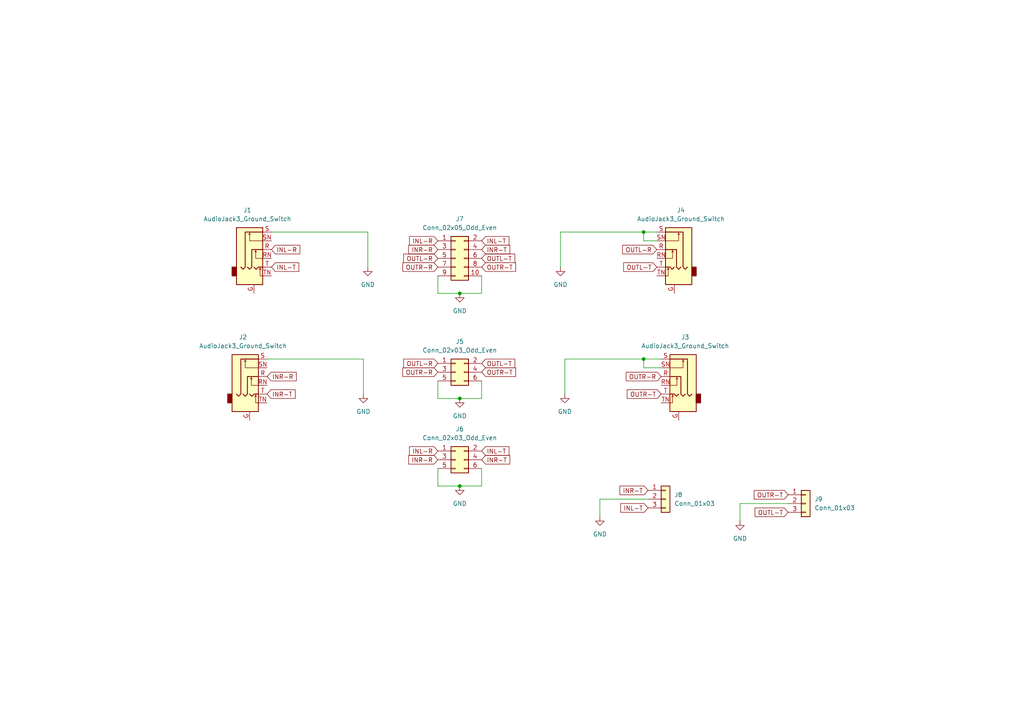
<source format=kicad_sch>
(kicad_sch
	(version 20231120)
	(generator "eeschema")
	(generator_version "8.0")
	(uuid "f3d27605-cfb4-46db-8ed6-88210951ad5c")
	(paper "A4")
	(lib_symbols
		(symbol "Connector_Audio:AudioJack3_Ground_Switch"
			(exclude_from_sim no)
			(in_bom yes)
			(on_board yes)
			(property "Reference" "J"
				(at 0 11.43 0)
				(effects
					(font
						(size 1.27 1.27)
					)
				)
			)
			(property "Value" "AudioJack3_Ground_Switch"
				(at 0 8.89 0)
				(effects
					(font
						(size 1.27 1.27)
					)
				)
			)
			(property "Footprint" ""
				(at 0 0 0)
				(effects
					(font
						(size 1.27 1.27)
					)
					(hide yes)
				)
			)
			(property "Datasheet" "~"
				(at 0 0 0)
				(effects
					(font
						(size 1.27 1.27)
					)
					(hide yes)
				)
			)
			(property "Description" "Audio Jack, 3 Poles (Stereo / TRS), Grounded Sleeve, Switched Poles (Normalling)"
				(at 0 0 0)
				(effects
					(font
						(size 1.27 1.27)
					)
					(hide yes)
				)
			)
			(property "ki_keywords" "audio jack receptacle stereo headphones phones TRS connector"
				(at 0 0 0)
				(effects
					(font
						(size 1.27 1.27)
					)
					(hide yes)
				)
			)
			(property "ki_fp_filters" "Jack*"
				(at 0 0 0)
				(effects
					(font
						(size 1.27 1.27)
					)
					(hide yes)
				)
			)
			(symbol "AudioJack3_Ground_Switch_0_1"
				(rectangle
					(start -5.08 -5.08)
					(end -6.35 -7.62)
					(stroke
						(width 0.254)
						(type default)
					)
					(fill
						(type outline)
					)
				)
				(rectangle
					(start 2.54 6.35)
					(end -5.08 -10.16)
					(stroke
						(width 0.254)
						(type default)
					)
					(fill
						(type background)
					)
				)
			)
			(symbol "AudioJack3_Ground_Switch_1_1"
				(polyline
					(pts
						(xy -1.27 4.826) (xy -1.016 4.318)
					)
					(stroke
						(width 0)
						(type default)
					)
					(fill
						(type none)
					)
				)
				(polyline
					(pts
						(xy 0.508 -0.254) (xy 0.762 -0.762)
					)
					(stroke
						(width 0)
						(type default)
					)
					(fill
						(type none)
					)
				)
				(polyline
					(pts
						(xy 1.778 -5.334) (xy 2.032 -5.842)
					)
					(stroke
						(width 0)
						(type default)
					)
					(fill
						(type none)
					)
				)
				(polyline
					(pts
						(xy 0 -5.08) (xy 0.635 -5.715) (xy 1.27 -5.08) (xy 2.54 -5.08)
					)
					(stroke
						(width 0.254)
						(type default)
					)
					(fill
						(type none)
					)
				)
				(polyline
					(pts
						(xy 2.54 -7.62) (xy 1.778 -7.62) (xy 1.778 -5.334) (xy 1.524 -5.842)
					)
					(stroke
						(width 0)
						(type default)
					)
					(fill
						(type none)
					)
				)
				(polyline
					(pts
						(xy 2.54 -2.54) (xy 0.508 -2.54) (xy 0.508 -0.254) (xy 0.254 -0.762)
					)
					(stroke
						(width 0)
						(type default)
					)
					(fill
						(type none)
					)
				)
				(polyline
					(pts
						(xy 2.54 2.54) (xy -1.27 2.54) (xy -1.27 4.826) (xy -1.524 4.318)
					)
					(stroke
						(width 0)
						(type default)
					)
					(fill
						(type none)
					)
				)
				(polyline
					(pts
						(xy -1.905 -5.08) (xy -1.27 -5.715) (xy -0.635 -5.08) (xy -0.635 0) (xy 2.54 0)
					)
					(stroke
						(width 0.254)
						(type default)
					)
					(fill
						(type none)
					)
				)
				(polyline
					(pts
						(xy 2.54 5.08) (xy -2.54 5.08) (xy -2.54 -5.08) (xy -3.175 -5.715) (xy -3.81 -5.08)
					)
					(stroke
						(width 0.254)
						(type default)
					)
					(fill
						(type none)
					)
				)
				(pin passive line
					(at 0 -12.7 90)
					(length 2.54)
					(name "~"
						(effects
							(font
								(size 1.27 1.27)
							)
						)
					)
					(number "G"
						(effects
							(font
								(size 1.27 1.27)
							)
						)
					)
				)
				(pin passive line
					(at 5.08 0 180)
					(length 2.54)
					(name "~"
						(effects
							(font
								(size 1.27 1.27)
							)
						)
					)
					(number "R"
						(effects
							(font
								(size 1.27 1.27)
							)
						)
					)
				)
				(pin passive line
					(at 5.08 -2.54 180)
					(length 2.54)
					(name "~"
						(effects
							(font
								(size 1.27 1.27)
							)
						)
					)
					(number "RN"
						(effects
							(font
								(size 1.27 1.27)
							)
						)
					)
				)
				(pin passive line
					(at 5.08 5.08 180)
					(length 2.54)
					(name "~"
						(effects
							(font
								(size 1.27 1.27)
							)
						)
					)
					(number "S"
						(effects
							(font
								(size 1.27 1.27)
							)
						)
					)
				)
				(pin passive line
					(at 5.08 2.54 180)
					(length 2.54)
					(name "~"
						(effects
							(font
								(size 1.27 1.27)
							)
						)
					)
					(number "SN"
						(effects
							(font
								(size 1.27 1.27)
							)
						)
					)
				)
				(pin passive line
					(at 5.08 -5.08 180)
					(length 2.54)
					(name "~"
						(effects
							(font
								(size 1.27 1.27)
							)
						)
					)
					(number "T"
						(effects
							(font
								(size 1.27 1.27)
							)
						)
					)
				)
				(pin passive line
					(at 5.08 -7.62 180)
					(length 2.54)
					(name "~"
						(effects
							(font
								(size 1.27 1.27)
							)
						)
					)
					(number "TN"
						(effects
							(font
								(size 1.27 1.27)
							)
						)
					)
				)
			)
		)
		(symbol "Connector_Generic:Conn_01x03"
			(pin_names
				(offset 1.016) hide)
			(exclude_from_sim no)
			(in_bom yes)
			(on_board yes)
			(property "Reference" "J"
				(at 0 5.08 0)
				(effects
					(font
						(size 1.27 1.27)
					)
				)
			)
			(property "Value" "Conn_01x03"
				(at 0 -5.08 0)
				(effects
					(font
						(size 1.27 1.27)
					)
				)
			)
			(property "Footprint" ""
				(at 0 0 0)
				(effects
					(font
						(size 1.27 1.27)
					)
					(hide yes)
				)
			)
			(property "Datasheet" "~"
				(at 0 0 0)
				(effects
					(font
						(size 1.27 1.27)
					)
					(hide yes)
				)
			)
			(property "Description" "Generic connector, single row, 01x03, script generated (kicad-library-utils/schlib/autogen/connector/)"
				(at 0 0 0)
				(effects
					(font
						(size 1.27 1.27)
					)
					(hide yes)
				)
			)
			(property "ki_keywords" "connector"
				(at 0 0 0)
				(effects
					(font
						(size 1.27 1.27)
					)
					(hide yes)
				)
			)
			(property "ki_fp_filters" "Connector*:*_1x??_*"
				(at 0 0 0)
				(effects
					(font
						(size 1.27 1.27)
					)
					(hide yes)
				)
			)
			(symbol "Conn_01x03_1_1"
				(rectangle
					(start -1.27 -2.413)
					(end 0 -2.667)
					(stroke
						(width 0.1524)
						(type default)
					)
					(fill
						(type none)
					)
				)
				(rectangle
					(start -1.27 0.127)
					(end 0 -0.127)
					(stroke
						(width 0.1524)
						(type default)
					)
					(fill
						(type none)
					)
				)
				(rectangle
					(start -1.27 2.667)
					(end 0 2.413)
					(stroke
						(width 0.1524)
						(type default)
					)
					(fill
						(type none)
					)
				)
				(rectangle
					(start -1.27 3.81)
					(end 1.27 -3.81)
					(stroke
						(width 0.254)
						(type default)
					)
					(fill
						(type background)
					)
				)
				(pin passive line
					(at -5.08 2.54 0)
					(length 3.81)
					(name "Pin_1"
						(effects
							(font
								(size 1.27 1.27)
							)
						)
					)
					(number "1"
						(effects
							(font
								(size 1.27 1.27)
							)
						)
					)
				)
				(pin passive line
					(at -5.08 0 0)
					(length 3.81)
					(name "Pin_2"
						(effects
							(font
								(size 1.27 1.27)
							)
						)
					)
					(number "2"
						(effects
							(font
								(size 1.27 1.27)
							)
						)
					)
				)
				(pin passive line
					(at -5.08 -2.54 0)
					(length 3.81)
					(name "Pin_3"
						(effects
							(font
								(size 1.27 1.27)
							)
						)
					)
					(number "3"
						(effects
							(font
								(size 1.27 1.27)
							)
						)
					)
				)
			)
		)
		(symbol "Connector_Generic:Conn_02x03_Odd_Even"
			(pin_names
				(offset 1.016) hide)
			(exclude_from_sim no)
			(in_bom yes)
			(on_board yes)
			(property "Reference" "J"
				(at 1.27 5.08 0)
				(effects
					(font
						(size 1.27 1.27)
					)
				)
			)
			(property "Value" "Conn_02x03_Odd_Even"
				(at 1.27 -5.08 0)
				(effects
					(font
						(size 1.27 1.27)
					)
				)
			)
			(property "Footprint" ""
				(at 0 0 0)
				(effects
					(font
						(size 1.27 1.27)
					)
					(hide yes)
				)
			)
			(property "Datasheet" "~"
				(at 0 0 0)
				(effects
					(font
						(size 1.27 1.27)
					)
					(hide yes)
				)
			)
			(property "Description" "Generic connector, double row, 02x03, odd/even pin numbering scheme (row 1 odd numbers, row 2 even numbers), script generated (kicad-library-utils/schlib/autogen/connector/)"
				(at 0 0 0)
				(effects
					(font
						(size 1.27 1.27)
					)
					(hide yes)
				)
			)
			(property "ki_keywords" "connector"
				(at 0 0 0)
				(effects
					(font
						(size 1.27 1.27)
					)
					(hide yes)
				)
			)
			(property "ki_fp_filters" "Connector*:*_2x??_*"
				(at 0 0 0)
				(effects
					(font
						(size 1.27 1.27)
					)
					(hide yes)
				)
			)
			(symbol "Conn_02x03_Odd_Even_1_1"
				(rectangle
					(start -1.27 -2.413)
					(end 0 -2.667)
					(stroke
						(width 0.1524)
						(type default)
					)
					(fill
						(type none)
					)
				)
				(rectangle
					(start -1.27 0.127)
					(end 0 -0.127)
					(stroke
						(width 0.1524)
						(type default)
					)
					(fill
						(type none)
					)
				)
				(rectangle
					(start -1.27 2.667)
					(end 0 2.413)
					(stroke
						(width 0.1524)
						(type default)
					)
					(fill
						(type none)
					)
				)
				(rectangle
					(start -1.27 3.81)
					(end 3.81 -3.81)
					(stroke
						(width 0.254)
						(type default)
					)
					(fill
						(type background)
					)
				)
				(rectangle
					(start 3.81 -2.413)
					(end 2.54 -2.667)
					(stroke
						(width 0.1524)
						(type default)
					)
					(fill
						(type none)
					)
				)
				(rectangle
					(start 3.81 0.127)
					(end 2.54 -0.127)
					(stroke
						(width 0.1524)
						(type default)
					)
					(fill
						(type none)
					)
				)
				(rectangle
					(start 3.81 2.667)
					(end 2.54 2.413)
					(stroke
						(width 0.1524)
						(type default)
					)
					(fill
						(type none)
					)
				)
				(pin passive line
					(at -5.08 2.54 0)
					(length 3.81)
					(name "Pin_1"
						(effects
							(font
								(size 1.27 1.27)
							)
						)
					)
					(number "1"
						(effects
							(font
								(size 1.27 1.27)
							)
						)
					)
				)
				(pin passive line
					(at 7.62 2.54 180)
					(length 3.81)
					(name "Pin_2"
						(effects
							(font
								(size 1.27 1.27)
							)
						)
					)
					(number "2"
						(effects
							(font
								(size 1.27 1.27)
							)
						)
					)
				)
				(pin passive line
					(at -5.08 0 0)
					(length 3.81)
					(name "Pin_3"
						(effects
							(font
								(size 1.27 1.27)
							)
						)
					)
					(number "3"
						(effects
							(font
								(size 1.27 1.27)
							)
						)
					)
				)
				(pin passive line
					(at 7.62 0 180)
					(length 3.81)
					(name "Pin_4"
						(effects
							(font
								(size 1.27 1.27)
							)
						)
					)
					(number "4"
						(effects
							(font
								(size 1.27 1.27)
							)
						)
					)
				)
				(pin passive line
					(at -5.08 -2.54 0)
					(length 3.81)
					(name "Pin_5"
						(effects
							(font
								(size 1.27 1.27)
							)
						)
					)
					(number "5"
						(effects
							(font
								(size 1.27 1.27)
							)
						)
					)
				)
				(pin passive line
					(at 7.62 -2.54 180)
					(length 3.81)
					(name "Pin_6"
						(effects
							(font
								(size 1.27 1.27)
							)
						)
					)
					(number "6"
						(effects
							(font
								(size 1.27 1.27)
							)
						)
					)
				)
			)
		)
		(symbol "Connector_Generic:Conn_02x05_Odd_Even"
			(pin_names
				(offset 1.016) hide)
			(exclude_from_sim no)
			(in_bom yes)
			(on_board yes)
			(property "Reference" "J"
				(at 1.27 7.62 0)
				(effects
					(font
						(size 1.27 1.27)
					)
				)
			)
			(property "Value" "Conn_02x05_Odd_Even"
				(at 1.27 -7.62 0)
				(effects
					(font
						(size 1.27 1.27)
					)
				)
			)
			(property "Footprint" ""
				(at 0 0 0)
				(effects
					(font
						(size 1.27 1.27)
					)
					(hide yes)
				)
			)
			(property "Datasheet" "~"
				(at 0 0 0)
				(effects
					(font
						(size 1.27 1.27)
					)
					(hide yes)
				)
			)
			(property "Description" "Generic connector, double row, 02x05, odd/even pin numbering scheme (row 1 odd numbers, row 2 even numbers), script generated (kicad-library-utils/schlib/autogen/connector/)"
				(at 0 0 0)
				(effects
					(font
						(size 1.27 1.27)
					)
					(hide yes)
				)
			)
			(property "ki_keywords" "connector"
				(at 0 0 0)
				(effects
					(font
						(size 1.27 1.27)
					)
					(hide yes)
				)
			)
			(property "ki_fp_filters" "Connector*:*_2x??_*"
				(at 0 0 0)
				(effects
					(font
						(size 1.27 1.27)
					)
					(hide yes)
				)
			)
			(symbol "Conn_02x05_Odd_Even_1_1"
				(rectangle
					(start -1.27 -4.953)
					(end 0 -5.207)
					(stroke
						(width 0.1524)
						(type default)
					)
					(fill
						(type none)
					)
				)
				(rectangle
					(start -1.27 -2.413)
					(end 0 -2.667)
					(stroke
						(width 0.1524)
						(type default)
					)
					(fill
						(type none)
					)
				)
				(rectangle
					(start -1.27 0.127)
					(end 0 -0.127)
					(stroke
						(width 0.1524)
						(type default)
					)
					(fill
						(type none)
					)
				)
				(rectangle
					(start -1.27 2.667)
					(end 0 2.413)
					(stroke
						(width 0.1524)
						(type default)
					)
					(fill
						(type none)
					)
				)
				(rectangle
					(start -1.27 5.207)
					(end 0 4.953)
					(stroke
						(width 0.1524)
						(type default)
					)
					(fill
						(type none)
					)
				)
				(rectangle
					(start -1.27 6.35)
					(end 3.81 -6.35)
					(stroke
						(width 0.254)
						(type default)
					)
					(fill
						(type background)
					)
				)
				(rectangle
					(start 3.81 -4.953)
					(end 2.54 -5.207)
					(stroke
						(width 0.1524)
						(type default)
					)
					(fill
						(type none)
					)
				)
				(rectangle
					(start 3.81 -2.413)
					(end 2.54 -2.667)
					(stroke
						(width 0.1524)
						(type default)
					)
					(fill
						(type none)
					)
				)
				(rectangle
					(start 3.81 0.127)
					(end 2.54 -0.127)
					(stroke
						(width 0.1524)
						(type default)
					)
					(fill
						(type none)
					)
				)
				(rectangle
					(start 3.81 2.667)
					(end 2.54 2.413)
					(stroke
						(width 0.1524)
						(type default)
					)
					(fill
						(type none)
					)
				)
				(rectangle
					(start 3.81 5.207)
					(end 2.54 4.953)
					(stroke
						(width 0.1524)
						(type default)
					)
					(fill
						(type none)
					)
				)
				(pin passive line
					(at -5.08 5.08 0)
					(length 3.81)
					(name "Pin_1"
						(effects
							(font
								(size 1.27 1.27)
							)
						)
					)
					(number "1"
						(effects
							(font
								(size 1.27 1.27)
							)
						)
					)
				)
				(pin passive line
					(at 7.62 -5.08 180)
					(length 3.81)
					(name "Pin_10"
						(effects
							(font
								(size 1.27 1.27)
							)
						)
					)
					(number "10"
						(effects
							(font
								(size 1.27 1.27)
							)
						)
					)
				)
				(pin passive line
					(at 7.62 5.08 180)
					(length 3.81)
					(name "Pin_2"
						(effects
							(font
								(size 1.27 1.27)
							)
						)
					)
					(number "2"
						(effects
							(font
								(size 1.27 1.27)
							)
						)
					)
				)
				(pin passive line
					(at -5.08 2.54 0)
					(length 3.81)
					(name "Pin_3"
						(effects
							(font
								(size 1.27 1.27)
							)
						)
					)
					(number "3"
						(effects
							(font
								(size 1.27 1.27)
							)
						)
					)
				)
				(pin passive line
					(at 7.62 2.54 180)
					(length 3.81)
					(name "Pin_4"
						(effects
							(font
								(size 1.27 1.27)
							)
						)
					)
					(number "4"
						(effects
							(font
								(size 1.27 1.27)
							)
						)
					)
				)
				(pin passive line
					(at -5.08 0 0)
					(length 3.81)
					(name "Pin_5"
						(effects
							(font
								(size 1.27 1.27)
							)
						)
					)
					(number "5"
						(effects
							(font
								(size 1.27 1.27)
							)
						)
					)
				)
				(pin passive line
					(at 7.62 0 180)
					(length 3.81)
					(name "Pin_6"
						(effects
							(font
								(size 1.27 1.27)
							)
						)
					)
					(number "6"
						(effects
							(font
								(size 1.27 1.27)
							)
						)
					)
				)
				(pin passive line
					(at -5.08 -2.54 0)
					(length 3.81)
					(name "Pin_7"
						(effects
							(font
								(size 1.27 1.27)
							)
						)
					)
					(number "7"
						(effects
							(font
								(size 1.27 1.27)
							)
						)
					)
				)
				(pin passive line
					(at 7.62 -2.54 180)
					(length 3.81)
					(name "Pin_8"
						(effects
							(font
								(size 1.27 1.27)
							)
						)
					)
					(number "8"
						(effects
							(font
								(size 1.27 1.27)
							)
						)
					)
				)
				(pin passive line
					(at -5.08 -5.08 0)
					(length 3.81)
					(name "Pin_9"
						(effects
							(font
								(size 1.27 1.27)
							)
						)
					)
					(number "9"
						(effects
							(font
								(size 1.27 1.27)
							)
						)
					)
				)
			)
		)
		(symbol "power:GND"
			(power)
			(pin_numbers hide)
			(pin_names
				(offset 0) hide)
			(exclude_from_sim no)
			(in_bom yes)
			(on_board yes)
			(property "Reference" "#PWR"
				(at 0 -6.35 0)
				(effects
					(font
						(size 1.27 1.27)
					)
					(hide yes)
				)
			)
			(property "Value" "GND"
				(at 0 -3.81 0)
				(effects
					(font
						(size 1.27 1.27)
					)
				)
			)
			(property "Footprint" ""
				(at 0 0 0)
				(effects
					(font
						(size 1.27 1.27)
					)
					(hide yes)
				)
			)
			(property "Datasheet" ""
				(at 0 0 0)
				(effects
					(font
						(size 1.27 1.27)
					)
					(hide yes)
				)
			)
			(property "Description" "Power symbol creates a global label with name \"GND\" , ground"
				(at 0 0 0)
				(effects
					(font
						(size 1.27 1.27)
					)
					(hide yes)
				)
			)
			(property "ki_keywords" "global power"
				(at 0 0 0)
				(effects
					(font
						(size 1.27 1.27)
					)
					(hide yes)
				)
			)
			(symbol "GND_0_1"
				(polyline
					(pts
						(xy 0 0) (xy 0 -1.27) (xy 1.27 -1.27) (xy 0 -2.54) (xy -1.27 -1.27) (xy 0 -1.27)
					)
					(stroke
						(width 0)
						(type default)
					)
					(fill
						(type none)
					)
				)
			)
			(symbol "GND_1_1"
				(pin power_in line
					(at 0 0 270)
					(length 0)
					(name "~"
						(effects
							(font
								(size 1.27 1.27)
							)
						)
					)
					(number "1"
						(effects
							(font
								(size 1.27 1.27)
							)
						)
					)
				)
			)
		)
	)
	(junction
		(at 186.69 67.31)
		(diameter 0)
		(color 0 0 0 0)
		(uuid "15c74d06-00e4-478e-ba82-e0674cad3148")
	)
	(junction
		(at 133.35 115.57)
		(diameter 0)
		(color 0 0 0 0)
		(uuid "38dcdc12-ff78-4e37-b08b-4b940c9ea194")
	)
	(junction
		(at 133.35 140.97)
		(diameter 0)
		(color 0 0 0 0)
		(uuid "92f71354-eced-4e81-9719-b137982c50db")
	)
	(junction
		(at 133.35 85.09)
		(diameter 0)
		(color 0 0 0 0)
		(uuid "c72af863-3cf1-4fdd-92e5-54c95c6d14c9")
	)
	(junction
		(at 186.69 104.14)
		(diameter 0)
		(color 0 0 0 0)
		(uuid "f249eeca-498e-41cc-96e4-576f6ea43874")
	)
	(wire
		(pts
			(xy 127 135.89) (xy 127 140.97)
		)
		(stroke
			(width 0)
			(type default)
		)
		(uuid "04447bb0-f30e-4878-965d-10eb89e29427")
	)
	(wire
		(pts
			(xy 127 110.49) (xy 127 115.57)
		)
		(stroke
			(width 0)
			(type default)
		)
		(uuid "0d7e62cd-54ed-4e83-b317-43c981c0abc7")
	)
	(wire
		(pts
			(xy 106.68 77.47) (xy 106.68 67.31)
		)
		(stroke
			(width 0)
			(type default)
		)
		(uuid "16bcc411-ba1a-41a9-a4dd-90f89d1927cb")
	)
	(wire
		(pts
			(xy 139.7 115.57) (xy 139.7 110.49)
		)
		(stroke
			(width 0)
			(type default)
		)
		(uuid "2d05d2d6-abab-4d4b-b50c-bf728e50ba16")
	)
	(wire
		(pts
			(xy 186.69 69.85) (xy 186.69 67.31)
		)
		(stroke
			(width 0)
			(type default)
		)
		(uuid "30b710f3-b309-4364-be06-aaf754a58c4c")
	)
	(wire
		(pts
			(xy 127 80.01) (xy 127 85.09)
		)
		(stroke
			(width 0)
			(type default)
		)
		(uuid "327f30bf-cd41-4f2a-aacb-0000a2e31ca6")
	)
	(wire
		(pts
			(xy 190.5 69.85) (xy 186.69 69.85)
		)
		(stroke
			(width 0)
			(type default)
		)
		(uuid "3731d0d1-fe9e-41d9-bb2a-6fd59c498acc")
	)
	(wire
		(pts
			(xy 133.35 140.97) (xy 139.7 140.97)
		)
		(stroke
			(width 0)
			(type default)
		)
		(uuid "4c2d5792-c1af-4f9e-920f-2c72c39da605")
	)
	(wire
		(pts
			(xy 127 140.97) (xy 133.35 140.97)
		)
		(stroke
			(width 0)
			(type default)
		)
		(uuid "536118a8-8c23-4f4f-9c9f-fd9f4590f058")
	)
	(wire
		(pts
			(xy 186.69 106.68) (xy 186.69 104.14)
		)
		(stroke
			(width 0)
			(type default)
		)
		(uuid "54fadf74-fee8-4a7e-b14c-fd1239efedd2")
	)
	(wire
		(pts
			(xy 106.68 67.31) (xy 78.74 67.31)
		)
		(stroke
			(width 0)
			(type default)
		)
		(uuid "568953e6-e404-4af6-91eb-c5f5ab0b5c6f")
	)
	(wire
		(pts
			(xy 139.7 140.97) (xy 139.7 135.89)
		)
		(stroke
			(width 0)
			(type default)
		)
		(uuid "59c6c6c8-55d7-43c5-8d2c-acee2fe5c98c")
	)
	(wire
		(pts
			(xy 186.69 104.14) (xy 191.77 104.14)
		)
		(stroke
			(width 0)
			(type default)
		)
		(uuid "67cd0283-c784-4c6c-beb9-9bafda7dd971")
	)
	(wire
		(pts
			(xy 162.56 67.31) (xy 186.69 67.31)
		)
		(stroke
			(width 0)
			(type default)
		)
		(uuid "69fdfba9-2017-496e-8a9c-00dcdf71fa53")
	)
	(wire
		(pts
			(xy 214.63 146.05) (xy 214.63 151.13)
		)
		(stroke
			(width 0)
			(type default)
		)
		(uuid "7002a028-db33-40e5-8407-dfcd0a01e1dc")
	)
	(wire
		(pts
			(xy 127 85.09) (xy 133.35 85.09)
		)
		(stroke
			(width 0)
			(type default)
		)
		(uuid "81ad65a6-4b83-4d41-aa0e-8dba6f37480f")
	)
	(wire
		(pts
			(xy 228.6 146.05) (xy 214.63 146.05)
		)
		(stroke
			(width 0)
			(type default)
		)
		(uuid "83e39a40-fa0d-453a-bbc3-a21c46733fd5")
	)
	(wire
		(pts
			(xy 162.56 77.47) (xy 162.56 67.31)
		)
		(stroke
			(width 0)
			(type default)
		)
		(uuid "97b571d6-6044-42c6-8e7c-787cacf70629")
	)
	(wire
		(pts
			(xy 173.99 144.78) (xy 173.99 149.86)
		)
		(stroke
			(width 0)
			(type default)
		)
		(uuid "a8015c02-b1b2-4025-b31d-38b84039ab14")
	)
	(wire
		(pts
			(xy 133.35 115.57) (xy 139.7 115.57)
		)
		(stroke
			(width 0)
			(type default)
		)
		(uuid "a950f3e3-3519-47d9-a8d5-ad467c0d63fd")
	)
	(wire
		(pts
			(xy 105.41 104.14) (xy 77.47 104.14)
		)
		(stroke
			(width 0)
			(type default)
		)
		(uuid "a9f6244c-43af-4439-ac94-afcf5dbe93be")
	)
	(wire
		(pts
			(xy 187.96 144.78) (xy 173.99 144.78)
		)
		(stroke
			(width 0)
			(type default)
		)
		(uuid "ac089fdd-957a-4f86-98de-504cb9971eee")
	)
	(wire
		(pts
			(xy 186.69 67.31) (xy 190.5 67.31)
		)
		(stroke
			(width 0)
			(type default)
		)
		(uuid "b9cf10f8-25db-4cbc-a728-7b8c408f923d")
	)
	(wire
		(pts
			(xy 133.35 85.09) (xy 139.7 85.09)
		)
		(stroke
			(width 0)
			(type default)
		)
		(uuid "c7cdc07b-1eaf-4328-a4c3-a9971eb10135")
	)
	(wire
		(pts
			(xy 191.77 106.68) (xy 186.69 106.68)
		)
		(stroke
			(width 0)
			(type default)
		)
		(uuid "d20be203-9378-4812-886d-9b9c9930176a")
	)
	(wire
		(pts
			(xy 163.83 114.3) (xy 163.83 104.14)
		)
		(stroke
			(width 0)
			(type default)
		)
		(uuid "d335b9e6-605f-494c-9c58-fd81f0b7a66c")
	)
	(wire
		(pts
			(xy 139.7 85.09) (xy 139.7 80.01)
		)
		(stroke
			(width 0)
			(type default)
		)
		(uuid "e3d8ef99-f163-4384-867d-9d1762c726ef")
	)
	(wire
		(pts
			(xy 127 115.57) (xy 133.35 115.57)
		)
		(stroke
			(width 0)
			(type default)
		)
		(uuid "e7bfb0f4-233d-4e7a-8873-3be20c7b29c6")
	)
	(wire
		(pts
			(xy 163.83 104.14) (xy 186.69 104.14)
		)
		(stroke
			(width 0)
			(type default)
		)
		(uuid "fc0b50be-093d-4f61-b13a-506ddeca132e")
	)
	(wire
		(pts
			(xy 105.41 114.3) (xy 105.41 104.14)
		)
		(stroke
			(width 0)
			(type default)
		)
		(uuid "ff607d17-6aa8-47a6-828c-cc8ab07f0589")
	)
	(global_label "OUTL-T"
		(shape input)
		(at 228.6 148.59 180)
		(fields_autoplaced yes)
		(effects
			(font
				(size 1.27 1.27)
			)
			(justify right)
		)
		(uuid "0e667073-311a-4b65-b568-b620369f29b5")
		(property "Intersheetrefs" "${INTERSHEET_REFS}"
			(at 218.4181 148.59 0)
			(effects
				(font
					(size 1.27 1.27)
				)
				(justify right)
				(hide yes)
			)
		)
	)
	(global_label "OUTL-T"
		(shape input)
		(at 139.7 74.93 0)
		(fields_autoplaced yes)
		(effects
			(font
				(size 1.27 1.27)
			)
			(justify left)
		)
		(uuid "10b3e90f-17f8-40bc-a2cf-33e717d273e8")
		(property "Intersheetrefs" "${INTERSHEET_REFS}"
			(at 149.8819 74.93 0)
			(effects
				(font
					(size 1.27 1.27)
				)
				(justify left)
				(hide yes)
			)
		)
	)
	(global_label "OUTL-R"
		(shape input)
		(at 127 74.93 180)
		(fields_autoplaced yes)
		(effects
			(font
				(size 1.27 1.27)
			)
			(justify right)
		)
		(uuid "1570e369-dedc-4afd-b755-033d680ce7c7")
		(property "Intersheetrefs" "${INTERSHEET_REFS}"
			(at 116.5157 74.93 0)
			(effects
				(font
					(size 1.27 1.27)
				)
				(justify right)
				(hide yes)
			)
		)
	)
	(global_label "OUTR-R"
		(shape input)
		(at 127 77.47 180)
		(fields_autoplaced yes)
		(effects
			(font
				(size 1.27 1.27)
			)
			(justify right)
		)
		(uuid "20daf676-b578-4c6a-9011-846f9a588288")
		(property "Intersheetrefs" "${INTERSHEET_REFS}"
			(at 116.2738 77.47 0)
			(effects
				(font
					(size 1.27 1.27)
				)
				(justify right)
				(hide yes)
			)
		)
	)
	(global_label "OUTL-T"
		(shape input)
		(at 139.7 105.41 0)
		(fields_autoplaced yes)
		(effects
			(font
				(size 1.27 1.27)
			)
			(justify left)
		)
		(uuid "24e35caa-1019-4e07-b9b8-015d224742cd")
		(property "Intersheetrefs" "${INTERSHEET_REFS}"
			(at 149.8819 105.41 0)
			(effects
				(font
					(size 1.27 1.27)
				)
				(justify left)
				(hide yes)
			)
		)
	)
	(global_label "INL-T"
		(shape input)
		(at 187.96 147.32 180)
		(fields_autoplaced yes)
		(effects
			(font
				(size 1.27 1.27)
			)
			(justify right)
		)
		(uuid "347ff1dc-12f1-49e2-9b12-d0671910a728")
		(property "Intersheetrefs" "${INTERSHEET_REFS}"
			(at 179.4714 147.32 0)
			(effects
				(font
					(size 1.27 1.27)
				)
				(justify right)
				(hide yes)
			)
		)
	)
	(global_label "INL-R"
		(shape input)
		(at 127 130.81 180)
		(fields_autoplaced yes)
		(effects
			(font
				(size 1.27 1.27)
			)
			(justify right)
		)
		(uuid "3c23753f-f0ff-4b35-8fbf-4ace99ba37c5")
		(property "Intersheetrefs" "${INTERSHEET_REFS}"
			(at 118.209 130.81 0)
			(effects
				(font
					(size 1.27 1.27)
				)
				(justify right)
				(hide yes)
			)
		)
	)
	(global_label "INR-T"
		(shape input)
		(at 187.96 142.24 180)
		(fields_autoplaced yes)
		(effects
			(font
				(size 1.27 1.27)
			)
			(justify right)
		)
		(uuid "3cd4a875-55d8-4770-918e-4d5012fc672c")
		(property "Intersheetrefs" "${INTERSHEET_REFS}"
			(at 179.2295 142.24 0)
			(effects
				(font
					(size 1.27 1.27)
				)
				(justify right)
				(hide yes)
			)
		)
	)
	(global_label "INL-R"
		(shape input)
		(at 78.74 72.39 0)
		(fields_autoplaced yes)
		(effects
			(font
				(size 1.27 1.27)
			)
			(justify left)
		)
		(uuid "5077fea7-4090-482e-a596-e4dcb862023f")
		(property "Intersheetrefs" "${INTERSHEET_REFS}"
			(at 87.531 72.39 0)
			(effects
				(font
					(size 1.27 1.27)
				)
				(justify left)
				(hide yes)
			)
		)
	)
	(global_label "INR-R"
		(shape input)
		(at 77.47 109.22 0)
		(fields_autoplaced yes)
		(effects
			(font
				(size 1.27 1.27)
			)
			(justify left)
		)
		(uuid "5e7adf56-c5e4-4987-b92d-37b8be1b51e0")
		(property "Intersheetrefs" "${INTERSHEET_REFS}"
			(at 86.5029 109.22 0)
			(effects
				(font
					(size 1.27 1.27)
				)
				(justify left)
				(hide yes)
			)
		)
	)
	(global_label "INR-R"
		(shape input)
		(at 127 72.39 180)
		(fields_autoplaced yes)
		(effects
			(font
				(size 1.27 1.27)
			)
			(justify right)
		)
		(uuid "6f15cc1c-862a-4797-83ae-4ccb2acbe5f8")
		(property "Intersheetrefs" "${INTERSHEET_REFS}"
			(at 117.9671 72.39 0)
			(effects
				(font
					(size 1.27 1.27)
				)
				(justify right)
				(hide yes)
			)
		)
	)
	(global_label "INR-R"
		(shape input)
		(at 127 133.35 180)
		(fields_autoplaced yes)
		(effects
			(font
				(size 1.27 1.27)
			)
			(justify right)
		)
		(uuid "74122434-f66a-4f89-b89e-5abc13d5793c")
		(property "Intersheetrefs" "${INTERSHEET_REFS}"
			(at 117.9671 133.35 0)
			(effects
				(font
					(size 1.27 1.27)
				)
				(justify right)
				(hide yes)
			)
		)
	)
	(global_label "INL-T"
		(shape input)
		(at 139.7 130.81 0)
		(fields_autoplaced yes)
		(effects
			(font
				(size 1.27 1.27)
			)
			(justify left)
		)
		(uuid "769a86fc-294a-430b-9a58-936dac4712d3")
		(property "Intersheetrefs" "${INTERSHEET_REFS}"
			(at 148.1886 130.81 0)
			(effects
				(font
					(size 1.27 1.27)
				)
				(justify left)
				(hide yes)
			)
		)
	)
	(global_label "OUTL-R"
		(shape input)
		(at 127 105.41 180)
		(fields_autoplaced yes)
		(effects
			(font
				(size 1.27 1.27)
			)
			(justify right)
		)
		(uuid "7fc9809b-0f6e-4ea3-a880-6af517103be3")
		(property "Intersheetrefs" "${INTERSHEET_REFS}"
			(at 116.5157 105.41 0)
			(effects
				(font
					(size 1.27 1.27)
				)
				(justify right)
				(hide yes)
			)
		)
	)
	(global_label "INR-T"
		(shape input)
		(at 77.47 114.3 0)
		(fields_autoplaced yes)
		(effects
			(font
				(size 1.27 1.27)
			)
			(justify left)
		)
		(uuid "882e9835-431d-43ac-9b9a-20cf9bda55a4")
		(property "Intersheetrefs" "${INTERSHEET_REFS}"
			(at 86.2005 114.3 0)
			(effects
				(font
					(size 1.27 1.27)
				)
				(justify left)
				(hide yes)
			)
		)
	)
	(global_label "OUTR-R"
		(shape input)
		(at 191.77 109.22 180)
		(fields_autoplaced yes)
		(effects
			(font
				(size 1.27 1.27)
			)
			(justify right)
		)
		(uuid "884ce7d5-6a78-45bb-a756-1fb3b6237595")
		(property "Intersheetrefs" "${INTERSHEET_REFS}"
			(at 181.0438 109.22 0)
			(effects
				(font
					(size 1.27 1.27)
				)
				(justify right)
				(hide yes)
			)
		)
	)
	(global_label "INR-T"
		(shape input)
		(at 139.7 133.35 0)
		(fields_autoplaced yes)
		(effects
			(font
				(size 1.27 1.27)
			)
			(justify left)
		)
		(uuid "92232909-5035-43d7-a2bd-032bbcbd392e")
		(property "Intersheetrefs" "${INTERSHEET_REFS}"
			(at 148.4305 133.35 0)
			(effects
				(font
					(size 1.27 1.27)
				)
				(justify left)
				(hide yes)
			)
		)
	)
	(global_label "OUTR-T"
		(shape input)
		(at 139.7 107.95 0)
		(fields_autoplaced yes)
		(effects
			(font
				(size 1.27 1.27)
			)
			(justify left)
		)
		(uuid "9fad66c9-57f4-4c87-91ea-1b7a7ef4d44c")
		(property "Intersheetrefs" "${INTERSHEET_REFS}"
			(at 150.1238 107.95 0)
			(effects
				(font
					(size 1.27 1.27)
				)
				(justify left)
				(hide yes)
			)
		)
	)
	(global_label "INR-T"
		(shape input)
		(at 139.7 72.39 0)
		(fields_autoplaced yes)
		(effects
			(font
				(size 1.27 1.27)
			)
			(justify left)
		)
		(uuid "a0504ddd-9d95-4ed4-a145-4dceae707266")
		(property "Intersheetrefs" "${INTERSHEET_REFS}"
			(at 148.4305 72.39 0)
			(effects
				(font
					(size 1.27 1.27)
				)
				(justify left)
				(hide yes)
			)
		)
	)
	(global_label "OUTR-R"
		(shape input)
		(at 127 107.95 180)
		(fields_autoplaced yes)
		(effects
			(font
				(size 1.27 1.27)
			)
			(justify right)
		)
		(uuid "a6260496-03ec-4ea9-a093-966904eae542")
		(property "Intersheetrefs" "${INTERSHEET_REFS}"
			(at 116.2738 107.95 0)
			(effects
				(font
					(size 1.27 1.27)
				)
				(justify right)
				(hide yes)
			)
		)
	)
	(global_label "OUTL-R"
		(shape input)
		(at 190.5 72.39 180)
		(fields_autoplaced yes)
		(effects
			(font
				(size 1.27 1.27)
			)
			(justify right)
		)
		(uuid "a78692d3-732d-406f-bd9c-69c475ce9282")
		(property "Intersheetrefs" "${INTERSHEET_REFS}"
			(at 180.0157 72.39 0)
			(effects
				(font
					(size 1.27 1.27)
				)
				(justify right)
				(hide yes)
			)
		)
	)
	(global_label "INL-R"
		(shape input)
		(at 127 69.85 180)
		(fields_autoplaced yes)
		(effects
			(font
				(size 1.27 1.27)
			)
			(justify right)
		)
		(uuid "a8451cc8-465e-44f3-89de-00c2b3ae686e")
		(property "Intersheetrefs" "${INTERSHEET_REFS}"
			(at 118.209 69.85 0)
			(effects
				(font
					(size 1.27 1.27)
				)
				(justify right)
				(hide yes)
			)
		)
	)
	(global_label "INL-T"
		(shape input)
		(at 78.74 77.47 0)
		(fields_autoplaced yes)
		(effects
			(font
				(size 1.27 1.27)
			)
			(justify left)
		)
		(uuid "b23ff54f-20f7-4e9d-8a21-92d04dded047")
		(property "Intersheetrefs" "${INTERSHEET_REFS}"
			(at 87.2286 77.47 0)
			(effects
				(font
					(size 1.27 1.27)
				)
				(justify left)
				(hide yes)
			)
		)
	)
	(global_label "OUTR-T"
		(shape input)
		(at 139.7 77.47 0)
		(fields_autoplaced yes)
		(effects
			(font
				(size 1.27 1.27)
			)
			(justify left)
		)
		(uuid "b94e3acb-2517-4ebc-a37a-0f4de4b77dbc")
		(property "Intersheetrefs" "${INTERSHEET_REFS}"
			(at 150.1238 77.47 0)
			(effects
				(font
					(size 1.27 1.27)
				)
				(justify left)
				(hide yes)
			)
		)
	)
	(global_label "OUTL-T"
		(shape input)
		(at 190.5 77.47 180)
		(fields_autoplaced yes)
		(effects
			(font
				(size 1.27 1.27)
			)
			(justify right)
		)
		(uuid "ec7a7ee5-2826-405f-bf9d-1cea7ea25aa2")
		(property "Intersheetrefs" "${INTERSHEET_REFS}"
			(at 180.3181 77.47 0)
			(effects
				(font
					(size 1.27 1.27)
				)
				(justify right)
				(hide yes)
			)
		)
	)
	(global_label "OUTR-T"
		(shape input)
		(at 228.6 143.51 180)
		(fields_autoplaced yes)
		(effects
			(font
				(size 1.27 1.27)
			)
			(justify right)
		)
		(uuid "edec1d69-cd69-49cd-898b-ae390db7b6ce")
		(property "Intersheetrefs" "${INTERSHEET_REFS}"
			(at 218.1762 143.51 0)
			(effects
				(font
					(size 1.27 1.27)
				)
				(justify right)
				(hide yes)
			)
		)
	)
	(global_label "INL-T"
		(shape input)
		(at 139.7 69.85 0)
		(fields_autoplaced yes)
		(effects
			(font
				(size 1.27 1.27)
			)
			(justify left)
		)
		(uuid "f2acb6ae-f613-4afa-b899-18392c8e51a6")
		(property "Intersheetrefs" "${INTERSHEET_REFS}"
			(at 148.1886 69.85 0)
			(effects
				(font
					(size 1.27 1.27)
				)
				(justify left)
				(hide yes)
			)
		)
	)
	(global_label "OUTR-T"
		(shape input)
		(at 191.77 114.3 180)
		(fields_autoplaced yes)
		(effects
			(font
				(size 1.27 1.27)
			)
			(justify right)
		)
		(uuid "f44ad6a0-ac61-4978-b676-1bcdd6987c06")
		(property "Intersheetrefs" "${INTERSHEET_REFS}"
			(at 181.3462 114.3 0)
			(effects
				(font
					(size 1.27 1.27)
				)
				(justify right)
				(hide yes)
			)
		)
	)
	(symbol
		(lib_id "Connector_Generic:Conn_02x03_Odd_Even")
		(at 132.08 133.35 0)
		(unit 1)
		(exclude_from_sim no)
		(in_bom yes)
		(on_board yes)
		(dnp no)
		(fields_autoplaced yes)
		(uuid "29043b11-0c8c-47bd-9be5-7d50862ee375")
		(property "Reference" "J6"
			(at 133.35 124.46 0)
			(effects
				(font
					(size 1.27 1.27)
				)
			)
		)
		(property "Value" "Conn_02x03_Odd_Even"
			(at 133.35 127 0)
			(effects
				(font
					(size 1.27 1.27)
				)
			)
		)
		(property "Footprint" "Connector_PinHeader_2.54mm:PinHeader_2x03_P2.54mm_Vertical"
			(at 132.08 133.35 0)
			(effects
				(font
					(size 1.27 1.27)
				)
				(hide yes)
			)
		)
		(property "Datasheet" "~"
			(at 132.08 133.35 0)
			(effects
				(font
					(size 1.27 1.27)
				)
				(hide yes)
			)
		)
		(property "Description" "Generic connector, double row, 02x03, odd/even pin numbering scheme (row 1 odd numbers, row 2 even numbers), script generated (kicad-library-utils/schlib/autogen/connector/)"
			(at 132.08 133.35 0)
			(effects
				(font
					(size 1.27 1.27)
				)
				(hide yes)
			)
		)
		(pin "1"
			(uuid "b5c33f0f-c18b-4e60-aa93-68c1951ad498")
		)
		(pin "4"
			(uuid "1fddd15d-cdee-4e48-8658-77ceaab32af8")
		)
		(pin "6"
			(uuid "53487a66-5141-493b-80d8-1ba5a08956fd")
		)
		(pin "5"
			(uuid "54b4caaf-0274-4e32-94e8-8ea126a96cea")
		)
		(pin "2"
			(uuid "87a0670b-2a0e-413e-b260-6a252804a2e1")
		)
		(pin "3"
			(uuid "68893963-0aab-4f37-9405-49c63ffc4970")
		)
		(instances
			(project "eurorack-rhino-case-boards"
				(path "/f3d27605-cfb4-46db-8ed6-88210951ad5c"
					(reference "J6")
					(unit 1)
				)
			)
		)
	)
	(symbol
		(lib_id "Connector_Generic:Conn_01x03")
		(at 233.68 146.05 0)
		(unit 1)
		(exclude_from_sim no)
		(in_bom yes)
		(on_board yes)
		(dnp no)
		(fields_autoplaced yes)
		(uuid "2a02b257-6fb4-41c7-ab2d-ff483130092c")
		(property "Reference" "J9"
			(at 236.22 144.7799 0)
			(effects
				(font
					(size 1.27 1.27)
				)
				(justify left)
			)
		)
		(property "Value" "Conn_01x03"
			(at 236.22 147.3199 0)
			(effects
				(font
					(size 1.27 1.27)
				)
				(justify left)
			)
		)
		(property "Footprint" "Connector_JST:JST_XH_B3B-XH-A_1x03_P2.50mm_Vertical"
			(at 233.68 146.05 0)
			(effects
				(font
					(size 1.27 1.27)
				)
				(hide yes)
			)
		)
		(property "Datasheet" "~"
			(at 233.68 146.05 0)
			(effects
				(font
					(size 1.27 1.27)
				)
				(hide yes)
			)
		)
		(property "Description" "Generic connector, single row, 01x03, script generated (kicad-library-utils/schlib/autogen/connector/)"
			(at 233.68 146.05 0)
			(effects
				(font
					(size 1.27 1.27)
				)
				(hide yes)
			)
		)
		(pin "2"
			(uuid "d993e71b-7f47-48b8-8c25-06a67681e256")
		)
		(pin "1"
			(uuid "ebe939dd-9c1b-4c25-a45f-3273434a2c9a")
		)
		(pin "3"
			(uuid "90145bdf-d305-4b3f-ac95-7636fe55ddc0")
		)
		(instances
			(project "eurorack-rhino-case-boards"
				(path "/f3d27605-cfb4-46db-8ed6-88210951ad5c"
					(reference "J9")
					(unit 1)
				)
			)
		)
	)
	(symbol
		(lib_id "power:GND")
		(at 163.83 114.3 0)
		(mirror y)
		(unit 1)
		(exclude_from_sim no)
		(in_bom yes)
		(on_board yes)
		(dnp no)
		(fields_autoplaced yes)
		(uuid "2b9b9744-5f9e-4151-b82a-a8b3f0ca012f")
		(property "Reference" "#PWR03"
			(at 163.83 120.65 0)
			(effects
				(font
					(size 1.27 1.27)
				)
				(hide yes)
			)
		)
		(property "Value" "GND"
			(at 163.83 119.38 0)
			(effects
				(font
					(size 1.27 1.27)
				)
			)
		)
		(property "Footprint" ""
			(at 163.83 114.3 0)
			(effects
				(font
					(size 1.27 1.27)
				)
				(hide yes)
			)
		)
		(property "Datasheet" ""
			(at 163.83 114.3 0)
			(effects
				(font
					(size 1.27 1.27)
				)
				(hide yes)
			)
		)
		(property "Description" "Power symbol creates a global label with name \"GND\" , ground"
			(at 163.83 114.3 0)
			(effects
				(font
					(size 1.27 1.27)
				)
				(hide yes)
			)
		)
		(pin "1"
			(uuid "8bd53bfd-f572-42a5-9cd8-34c5b8016d06")
		)
		(instances
			(project "eurorack-rhino-case-boards"
				(path "/f3d27605-cfb4-46db-8ed6-88210951ad5c"
					(reference "#PWR03")
					(unit 1)
				)
			)
		)
	)
	(symbol
		(lib_id "Connector_Audio:AudioJack3_Ground_Switch")
		(at 72.39 109.22 0)
		(unit 1)
		(exclude_from_sim no)
		(in_bom yes)
		(on_board yes)
		(dnp no)
		(fields_autoplaced yes)
		(uuid "390af3ce-177e-41ac-9c3a-63b95a99dc6e")
		(property "Reference" "J2"
			(at 70.485 97.79 0)
			(effects
				(font
					(size 1.27 1.27)
				)
			)
		)
		(property "Value" "AudioJack3_Ground_Switch"
			(at 70.485 100.33 0)
			(effects
				(font
					(size 1.27 1.27)
				)
			)
		)
		(property "Footprint" "Connector_Audio:Jack_6.35mm_Neutrik_NMJ6HFD2_Horizontal"
			(at 72.39 109.22 0)
			(effects
				(font
					(size 1.27 1.27)
				)
				(hide yes)
			)
		)
		(property "Datasheet" "~"
			(at 72.39 109.22 0)
			(effects
				(font
					(size 1.27 1.27)
				)
				(hide yes)
			)
		)
		(property "Description" "Audio Jack, 3 Poles (Stereo / TRS), Grounded Sleeve, Switched Poles (Normalling)"
			(at 72.39 109.22 0)
			(effects
				(font
					(size 1.27 1.27)
				)
				(hide yes)
			)
		)
		(pin "RN"
			(uuid "f8e70e08-f725-4747-a806-293dfb37b481")
		)
		(pin "SN"
			(uuid "fd9fa08d-a638-49f1-9322-a518263b8c90")
		)
		(pin "S"
			(uuid "b9b8423e-3e8a-4bb5-a056-adba582c4a79")
		)
		(pin "G"
			(uuid "34120b8f-e9e8-42c7-9b45-f32d15fb230e")
		)
		(pin "T"
			(uuid "6e85cf3b-c097-446c-93b3-ff8bdece1476")
		)
		(pin "TN"
			(uuid "779f4a65-7bf2-45e7-8e96-f04f1a4b0672")
		)
		(pin "R"
			(uuid "b3c4a942-6602-46c5-ba07-1555772337bb")
		)
		(instances
			(project "eurorack-rhino-case-boards"
				(path "/f3d27605-cfb4-46db-8ed6-88210951ad5c"
					(reference "J2")
					(unit 1)
				)
			)
		)
	)
	(symbol
		(lib_id "power:GND")
		(at 105.41 114.3 0)
		(unit 1)
		(exclude_from_sim no)
		(in_bom yes)
		(on_board yes)
		(dnp no)
		(fields_autoplaced yes)
		(uuid "7ef1cd46-43a7-4867-a8c7-15c3fb662d7d")
		(property "Reference" "#PWR02"
			(at 105.41 120.65 0)
			(effects
				(font
					(size 1.27 1.27)
				)
				(hide yes)
			)
		)
		(property "Value" "GND"
			(at 105.41 119.38 0)
			(effects
				(font
					(size 1.27 1.27)
				)
			)
		)
		(property "Footprint" ""
			(at 105.41 114.3 0)
			(effects
				(font
					(size 1.27 1.27)
				)
				(hide yes)
			)
		)
		(property "Datasheet" ""
			(at 105.41 114.3 0)
			(effects
				(font
					(size 1.27 1.27)
				)
				(hide yes)
			)
		)
		(property "Description" "Power symbol creates a global label with name \"GND\" , ground"
			(at 105.41 114.3 0)
			(effects
				(font
					(size 1.27 1.27)
				)
				(hide yes)
			)
		)
		(pin "1"
			(uuid "6655fd8a-ec0c-4719-b95c-83b899dea0ce")
		)
		(instances
			(project "eurorack-rhino-case-boards"
				(path "/f3d27605-cfb4-46db-8ed6-88210951ad5c"
					(reference "#PWR02")
					(unit 1)
				)
			)
		)
	)
	(symbol
		(lib_id "Connector_Audio:AudioJack3_Ground_Switch")
		(at 196.85 109.22 0)
		(mirror y)
		(unit 1)
		(exclude_from_sim no)
		(in_bom yes)
		(on_board yes)
		(dnp no)
		(fields_autoplaced yes)
		(uuid "804e3b21-8b5a-415c-b76d-7935abcfe2ca")
		(property "Reference" "J3"
			(at 198.755 97.79 0)
			(effects
				(font
					(size 1.27 1.27)
				)
			)
		)
		(property "Value" "AudioJack3_Ground_Switch"
			(at 198.755 100.33 0)
			(effects
				(font
					(size 1.27 1.27)
				)
			)
		)
		(property "Footprint" "Connector_Audio:Jack_6.35mm_Neutrik_NMJ6HFD2_Horizontal"
			(at 196.85 109.22 0)
			(effects
				(font
					(size 1.27 1.27)
				)
				(hide yes)
			)
		)
		(property "Datasheet" "~"
			(at 196.85 109.22 0)
			(effects
				(font
					(size 1.27 1.27)
				)
				(hide yes)
			)
		)
		(property "Description" "Audio Jack, 3 Poles (Stereo / TRS), Grounded Sleeve, Switched Poles (Normalling)"
			(at 196.85 109.22 0)
			(effects
				(font
					(size 1.27 1.27)
				)
				(hide yes)
			)
		)
		(pin "RN"
			(uuid "e658d5f0-e7a4-4ef7-a85a-5e7428c2a873")
		)
		(pin "SN"
			(uuid "c035ec9d-ec94-4bb8-9ffe-b8f0dc0b3240")
		)
		(pin "S"
			(uuid "8894daa5-4bc3-4f87-99cb-110d447cf72c")
		)
		(pin "G"
			(uuid "09bdc68a-212e-41b9-9cd3-6cd123623ef9")
		)
		(pin "T"
			(uuid "e5efd491-df6d-47b6-a53b-962580c398e4")
		)
		(pin "TN"
			(uuid "f06dc650-a8e3-4b49-b71a-9c7fa37ab5a4")
		)
		(pin "R"
			(uuid "f2aa1ceb-d440-4dfe-8cbb-7b37530f4514")
		)
		(instances
			(project "eurorack-rhino-case-boards"
				(path "/f3d27605-cfb4-46db-8ed6-88210951ad5c"
					(reference "J3")
					(unit 1)
				)
			)
		)
	)
	(symbol
		(lib_id "power:GND")
		(at 173.99 149.86 0)
		(mirror y)
		(unit 1)
		(exclude_from_sim no)
		(in_bom yes)
		(on_board yes)
		(dnp no)
		(fields_autoplaced yes)
		(uuid "8fd8cb1d-fb7c-4621-afcc-d21f41149cba")
		(property "Reference" "#PWR08"
			(at 173.99 156.21 0)
			(effects
				(font
					(size 1.27 1.27)
				)
				(hide yes)
			)
		)
		(property "Value" "GND"
			(at 173.99 154.94 0)
			(effects
				(font
					(size 1.27 1.27)
				)
			)
		)
		(property "Footprint" ""
			(at 173.99 149.86 0)
			(effects
				(font
					(size 1.27 1.27)
				)
				(hide yes)
			)
		)
		(property "Datasheet" ""
			(at 173.99 149.86 0)
			(effects
				(font
					(size 1.27 1.27)
				)
				(hide yes)
			)
		)
		(property "Description" "Power symbol creates a global label with name \"GND\" , ground"
			(at 173.99 149.86 0)
			(effects
				(font
					(size 1.27 1.27)
				)
				(hide yes)
			)
		)
		(pin "1"
			(uuid "fcc7af7e-1649-494e-b341-dbc95ad3e658")
		)
		(instances
			(project "eurorack-rhino-case-boards"
				(path "/f3d27605-cfb4-46db-8ed6-88210951ad5c"
					(reference "#PWR08")
					(unit 1)
				)
			)
		)
	)
	(symbol
		(lib_id "power:GND")
		(at 133.35 115.57 0)
		(mirror y)
		(unit 1)
		(exclude_from_sim no)
		(in_bom yes)
		(on_board yes)
		(dnp no)
		(fields_autoplaced yes)
		(uuid "92287c6b-d022-413e-a653-94c4c2b7f830")
		(property "Reference" "#PWR06"
			(at 133.35 121.92 0)
			(effects
				(font
					(size 1.27 1.27)
				)
				(hide yes)
			)
		)
		(property "Value" "GND"
			(at 133.35 120.65 0)
			(effects
				(font
					(size 1.27 1.27)
				)
			)
		)
		(property "Footprint" ""
			(at 133.35 115.57 0)
			(effects
				(font
					(size 1.27 1.27)
				)
				(hide yes)
			)
		)
		(property "Datasheet" ""
			(at 133.35 115.57 0)
			(effects
				(font
					(size 1.27 1.27)
				)
				(hide yes)
			)
		)
		(property "Description" "Power symbol creates a global label with name \"GND\" , ground"
			(at 133.35 115.57 0)
			(effects
				(font
					(size 1.27 1.27)
				)
				(hide yes)
			)
		)
		(pin "1"
			(uuid "b979ae47-e509-4430-85a2-1a2627bef5e1")
		)
		(instances
			(project "eurorack-rhino-case-boards"
				(path "/f3d27605-cfb4-46db-8ed6-88210951ad5c"
					(reference "#PWR06")
					(unit 1)
				)
			)
		)
	)
	(symbol
		(lib_id "power:GND")
		(at 133.35 140.97 0)
		(mirror y)
		(unit 1)
		(exclude_from_sim no)
		(in_bom yes)
		(on_board yes)
		(dnp no)
		(fields_autoplaced yes)
		(uuid "95998fe3-59ae-4e57-bc42-c36addd706ea")
		(property "Reference" "#PWR07"
			(at 133.35 147.32 0)
			(effects
				(font
					(size 1.27 1.27)
				)
				(hide yes)
			)
		)
		(property "Value" "GND"
			(at 133.35 146.05 0)
			(effects
				(font
					(size 1.27 1.27)
				)
			)
		)
		(property "Footprint" ""
			(at 133.35 140.97 0)
			(effects
				(font
					(size 1.27 1.27)
				)
				(hide yes)
			)
		)
		(property "Datasheet" ""
			(at 133.35 140.97 0)
			(effects
				(font
					(size 1.27 1.27)
				)
				(hide yes)
			)
		)
		(property "Description" "Power symbol creates a global label with name \"GND\" , ground"
			(at 133.35 140.97 0)
			(effects
				(font
					(size 1.27 1.27)
				)
				(hide yes)
			)
		)
		(pin "1"
			(uuid "3ed5c609-acd4-4d3e-b4a3-bbc4675e8b9e")
		)
		(instances
			(project "eurorack-rhino-case-boards"
				(path "/f3d27605-cfb4-46db-8ed6-88210951ad5c"
					(reference "#PWR07")
					(unit 1)
				)
			)
		)
	)
	(symbol
		(lib_id "power:GND")
		(at 162.56 77.47 0)
		(mirror y)
		(unit 1)
		(exclude_from_sim no)
		(in_bom yes)
		(on_board yes)
		(dnp no)
		(fields_autoplaced yes)
		(uuid "9763adfe-f475-48cf-8f32-892be6571f3e")
		(property "Reference" "#PWR04"
			(at 162.56 83.82 0)
			(effects
				(font
					(size 1.27 1.27)
				)
				(hide yes)
			)
		)
		(property "Value" "GND"
			(at 162.56 82.55 0)
			(effects
				(font
					(size 1.27 1.27)
				)
			)
		)
		(property "Footprint" ""
			(at 162.56 77.47 0)
			(effects
				(font
					(size 1.27 1.27)
				)
				(hide yes)
			)
		)
		(property "Datasheet" ""
			(at 162.56 77.47 0)
			(effects
				(font
					(size 1.27 1.27)
				)
				(hide yes)
			)
		)
		(property "Description" "Power symbol creates a global label with name \"GND\" , ground"
			(at 162.56 77.47 0)
			(effects
				(font
					(size 1.27 1.27)
				)
				(hide yes)
			)
		)
		(pin "1"
			(uuid "b7a83df3-bf7c-4ed9-a68c-9ad093d2fe0b")
		)
		(instances
			(project "eurorack-rhino-case-boards"
				(path "/f3d27605-cfb4-46db-8ed6-88210951ad5c"
					(reference "#PWR04")
					(unit 1)
				)
			)
		)
	)
	(symbol
		(lib_id "power:GND")
		(at 214.63 151.13 0)
		(mirror y)
		(unit 1)
		(exclude_from_sim no)
		(in_bom yes)
		(on_board yes)
		(dnp no)
		(fields_autoplaced yes)
		(uuid "aa8f873f-7da3-4b5d-b782-43ddb58a1e47")
		(property "Reference" "#PWR09"
			(at 214.63 157.48 0)
			(effects
				(font
					(size 1.27 1.27)
				)
				(hide yes)
			)
		)
		(property "Value" "GND"
			(at 214.63 156.21 0)
			(effects
				(font
					(size 1.27 1.27)
				)
			)
		)
		(property "Footprint" ""
			(at 214.63 151.13 0)
			(effects
				(font
					(size 1.27 1.27)
				)
				(hide yes)
			)
		)
		(property "Datasheet" ""
			(at 214.63 151.13 0)
			(effects
				(font
					(size 1.27 1.27)
				)
				(hide yes)
			)
		)
		(property "Description" "Power symbol creates a global label with name \"GND\" , ground"
			(at 214.63 151.13 0)
			(effects
				(font
					(size 1.27 1.27)
				)
				(hide yes)
			)
		)
		(pin "1"
			(uuid "4957bd3c-7b90-4a73-949f-4eee41407c3d")
		)
		(instances
			(project "eurorack-rhino-case-boards"
				(path "/f3d27605-cfb4-46db-8ed6-88210951ad5c"
					(reference "#PWR09")
					(unit 1)
				)
			)
		)
	)
	(symbol
		(lib_id "Connector_Generic:Conn_02x05_Odd_Even")
		(at 132.08 74.93 0)
		(unit 1)
		(exclude_from_sim no)
		(in_bom yes)
		(on_board yes)
		(dnp no)
		(fields_autoplaced yes)
		(uuid "abca11d1-a4db-45cc-96a4-2ccb9e77c50c")
		(property "Reference" "J7"
			(at 133.35 63.5 0)
			(effects
				(font
					(size 1.27 1.27)
				)
			)
		)
		(property "Value" "Conn_02x05_Odd_Even"
			(at 133.35 66.04 0)
			(effects
				(font
					(size 1.27 1.27)
				)
			)
		)
		(property "Footprint" "Connector_PinHeader_2.54mm:PinHeader_2x05_P2.54mm_Vertical"
			(at 132.08 74.93 0)
			(effects
				(font
					(size 1.27 1.27)
				)
				(hide yes)
			)
		)
		(property "Datasheet" "~"
			(at 132.08 74.93 0)
			(effects
				(font
					(size 1.27 1.27)
				)
				(hide yes)
			)
		)
		(property "Description" "Generic connector, double row, 02x05, odd/even pin numbering scheme (row 1 odd numbers, row 2 even numbers), script generated (kicad-library-utils/schlib/autogen/connector/)"
			(at 132.08 74.93 0)
			(effects
				(font
					(size 1.27 1.27)
				)
				(hide yes)
			)
		)
		(pin "10"
			(uuid "e6c54dcb-7a1d-4f7c-b13d-0c7846737861")
		)
		(pin "6"
			(uuid "03c5dabd-6b31-45a5-a993-eef32e0dbe54")
		)
		(pin "4"
			(uuid "49281f47-ce6e-4f1c-95c0-26acbf336648")
		)
		(pin "1"
			(uuid "51299b70-f7ff-40ef-bac3-45c33e68f312")
		)
		(pin "2"
			(uuid "50c91dad-ddd3-47e0-b301-d8e610012dd4")
		)
		(pin "7"
			(uuid "7277f395-f2b9-41ef-9005-016b4fe7092c")
		)
		(pin "9"
			(uuid "0042d070-592c-4070-be8c-1b6b153ad41b")
		)
		(pin "5"
			(uuid "924cd385-4084-4e17-b208-0f31f9fc7979")
		)
		(pin "3"
			(uuid "c528b44b-f656-46c7-911d-52753b25b488")
		)
		(pin "8"
			(uuid "af959aef-3432-4525-8ee3-7dee44910b9f")
		)
		(instances
			(project ""
				(path "/f3d27605-cfb4-46db-8ed6-88210951ad5c"
					(reference "J7")
					(unit 1)
				)
			)
		)
	)
	(symbol
		(lib_id "power:GND")
		(at 133.35 85.09 0)
		(mirror y)
		(unit 1)
		(exclude_from_sim no)
		(in_bom yes)
		(on_board yes)
		(dnp no)
		(fields_autoplaced yes)
		(uuid "b867f74f-f090-4c99-ada3-b184ef161528")
		(property "Reference" "#PWR05"
			(at 133.35 91.44 0)
			(effects
				(font
					(size 1.27 1.27)
				)
				(hide yes)
			)
		)
		(property "Value" "GND"
			(at 133.35 90.17 0)
			(effects
				(font
					(size 1.27 1.27)
				)
			)
		)
		(property "Footprint" ""
			(at 133.35 85.09 0)
			(effects
				(font
					(size 1.27 1.27)
				)
				(hide yes)
			)
		)
		(property "Datasheet" ""
			(at 133.35 85.09 0)
			(effects
				(font
					(size 1.27 1.27)
				)
				(hide yes)
			)
		)
		(property "Description" "Power symbol creates a global label with name \"GND\" , ground"
			(at 133.35 85.09 0)
			(effects
				(font
					(size 1.27 1.27)
				)
				(hide yes)
			)
		)
		(pin "1"
			(uuid "13eb18ee-1eb5-4c62-ba97-add10914b14d")
		)
		(instances
			(project "eurorack-rhino-case-boards"
				(path "/f3d27605-cfb4-46db-8ed6-88210951ad5c"
					(reference "#PWR05")
					(unit 1)
				)
			)
		)
	)
	(symbol
		(lib_id "Connector_Audio:AudioJack3_Ground_Switch")
		(at 73.66 72.39 0)
		(unit 1)
		(exclude_from_sim no)
		(in_bom yes)
		(on_board yes)
		(dnp no)
		(fields_autoplaced yes)
		(uuid "bd09f89f-abf8-4472-a62c-d0cef287c47b")
		(property "Reference" "J1"
			(at 71.755 60.96 0)
			(effects
				(font
					(size 1.27 1.27)
				)
			)
		)
		(property "Value" "AudioJack3_Ground_Switch"
			(at 71.755 63.5 0)
			(effects
				(font
					(size 1.27 1.27)
				)
			)
		)
		(property "Footprint" "Connector_Audio:Jack_6.35mm_Neutrik_NMJ6HFD2_Horizontal"
			(at 73.66 72.39 0)
			(effects
				(font
					(size 1.27 1.27)
				)
				(hide yes)
			)
		)
		(property "Datasheet" "~"
			(at 73.66 72.39 0)
			(effects
				(font
					(size 1.27 1.27)
				)
				(hide yes)
			)
		)
		(property "Description" "Audio Jack, 3 Poles (Stereo / TRS), Grounded Sleeve, Switched Poles (Normalling)"
			(at 73.66 72.39 0)
			(effects
				(font
					(size 1.27 1.27)
				)
				(hide yes)
			)
		)
		(pin "RN"
			(uuid "1ae45efe-0518-4c5f-8084-ca746f832c10")
		)
		(pin "SN"
			(uuid "781b27ff-55d0-4875-8711-df2caf2c56be")
		)
		(pin "S"
			(uuid "f3d0d8b2-41f1-4513-9f20-2fd5031b3362")
		)
		(pin "G"
			(uuid "ceebe06e-c5a0-46e6-a63a-81e9913f4946")
		)
		(pin "T"
			(uuid "ec11a9f8-796f-426d-b6d0-ec06ab1dd11c")
		)
		(pin "TN"
			(uuid "4d7b4deb-233a-4f12-a7d9-0b82cfb39931")
		)
		(pin "R"
			(uuid "c59ba7d9-3c0b-4207-b1de-9d1ee6745854")
		)
		(instances
			(project ""
				(path "/f3d27605-cfb4-46db-8ed6-88210951ad5c"
					(reference "J1")
					(unit 1)
				)
			)
		)
	)
	(symbol
		(lib_id "Connector_Generic:Conn_01x03")
		(at 193.04 144.78 0)
		(unit 1)
		(exclude_from_sim no)
		(in_bom yes)
		(on_board yes)
		(dnp no)
		(fields_autoplaced yes)
		(uuid "bf2b9547-9af5-4eb3-a9fb-1658a7763eb6")
		(property "Reference" "J8"
			(at 195.58 143.5099 0)
			(effects
				(font
					(size 1.27 1.27)
				)
				(justify left)
			)
		)
		(property "Value" "Conn_01x03"
			(at 195.58 146.0499 0)
			(effects
				(font
					(size 1.27 1.27)
				)
				(justify left)
			)
		)
		(property "Footprint" "Connector_JST:JST_XH_B3B-XH-A_1x03_P2.50mm_Vertical"
			(at 193.04 144.78 0)
			(effects
				(font
					(size 1.27 1.27)
				)
				(hide yes)
			)
		)
		(property "Datasheet" "~"
			(at 193.04 144.78 0)
			(effects
				(font
					(size 1.27 1.27)
				)
				(hide yes)
			)
		)
		(property "Description" "Generic connector, single row, 01x03, script generated (kicad-library-utils/schlib/autogen/connector/)"
			(at 193.04 144.78 0)
			(effects
				(font
					(size 1.27 1.27)
				)
				(hide yes)
			)
		)
		(pin "2"
			(uuid "eee0af85-3d4a-4f22-b2b2-13f30712ab3c")
		)
		(pin "1"
			(uuid "38e6e18e-95ae-4ac2-b65b-1a58b3cad10d")
		)
		(pin "3"
			(uuid "767f6523-2fb4-4e2b-9fe9-7fe98b0cc1c3")
		)
		(instances
			(project ""
				(path "/f3d27605-cfb4-46db-8ed6-88210951ad5c"
					(reference "J8")
					(unit 1)
				)
			)
		)
	)
	(symbol
		(lib_id "Connector_Generic:Conn_02x03_Odd_Even")
		(at 132.08 107.95 0)
		(unit 1)
		(exclude_from_sim no)
		(in_bom yes)
		(on_board yes)
		(dnp no)
		(fields_autoplaced yes)
		(uuid "c8486eac-70a6-47da-aa81-ab44034b2c63")
		(property "Reference" "J5"
			(at 133.35 99.06 0)
			(effects
				(font
					(size 1.27 1.27)
				)
			)
		)
		(property "Value" "Conn_02x03_Odd_Even"
			(at 133.35 101.6 0)
			(effects
				(font
					(size 1.27 1.27)
				)
			)
		)
		(property "Footprint" "Connector_PinHeader_2.54mm:PinHeader_2x03_P2.54mm_Vertical"
			(at 132.08 107.95 0)
			(effects
				(font
					(size 1.27 1.27)
				)
				(hide yes)
			)
		)
		(property "Datasheet" "~"
			(at 132.08 107.95 0)
			(effects
				(font
					(size 1.27 1.27)
				)
				(hide yes)
			)
		)
		(property "Description" "Generic connector, double row, 02x03, odd/even pin numbering scheme (row 1 odd numbers, row 2 even numbers), script generated (kicad-library-utils/schlib/autogen/connector/)"
			(at 132.08 107.95 0)
			(effects
				(font
					(size 1.27 1.27)
				)
				(hide yes)
			)
		)
		(pin "1"
			(uuid "078a1be6-5736-4951-8d15-b0cb76b95865")
		)
		(pin "4"
			(uuid "39930a9d-4cc3-45ff-9260-d5b77a36e1fd")
		)
		(pin "6"
			(uuid "6a5f411f-d2ff-456a-a148-31b08d6144e1")
		)
		(pin "5"
			(uuid "601c0347-967f-42bb-95dd-875e5758e9f0")
		)
		(pin "2"
			(uuid "35715054-8f27-4d7d-abde-e2c3cc54d1d0")
		)
		(pin "3"
			(uuid "b0aa6723-c58d-460b-989b-8fca8ffcc68b")
		)
		(instances
			(project ""
				(path "/f3d27605-cfb4-46db-8ed6-88210951ad5c"
					(reference "J5")
					(unit 1)
				)
			)
		)
	)
	(symbol
		(lib_id "Connector_Audio:AudioJack3_Ground_Switch")
		(at 195.58 72.39 0)
		(mirror y)
		(unit 1)
		(exclude_from_sim no)
		(in_bom yes)
		(on_board yes)
		(dnp no)
		(fields_autoplaced yes)
		(uuid "f0172652-6bd2-4d1b-9c24-f6ad0b52135f")
		(property "Reference" "J4"
			(at 197.485 60.96 0)
			(effects
				(font
					(size 1.27 1.27)
				)
			)
		)
		(property "Value" "AudioJack3_Ground_Switch"
			(at 197.485 63.5 0)
			(effects
				(font
					(size 1.27 1.27)
				)
			)
		)
		(property "Footprint" "Connector_Audio:Jack_6.35mm_Neutrik_NMJ6HFD2_Horizontal"
			(at 195.58 72.39 0)
			(effects
				(font
					(size 1.27 1.27)
				)
				(hide yes)
			)
		)
		(property "Datasheet" "~"
			(at 195.58 72.39 0)
			(effects
				(font
					(size 1.27 1.27)
				)
				(hide yes)
			)
		)
		(property "Description" "Audio Jack, 3 Poles (Stereo / TRS), Grounded Sleeve, Switched Poles (Normalling)"
			(at 195.58 72.39 0)
			(effects
				(font
					(size 1.27 1.27)
				)
				(hide yes)
			)
		)
		(pin "RN"
			(uuid "18c32cc3-c9b2-40d0-be15-e9b96b950e23")
		)
		(pin "SN"
			(uuid "85d3e102-f4ab-4b49-b7c9-e4787fdb69ca")
		)
		(pin "S"
			(uuid "cec71fde-b32c-4a00-aabc-97e70e69b7d7")
		)
		(pin "G"
			(uuid "5696d7b5-06f5-4fed-9cc7-b489fbf26d84")
		)
		(pin "T"
			(uuid "5dac392f-b04c-4035-8431-b9c939de4ced")
		)
		(pin "TN"
			(uuid "eaf1c46d-f451-49f3-9b0d-c4947182e76d")
		)
		(pin "R"
			(uuid "8e72e95d-036e-4ba6-b8d9-b9ffe433f5f0")
		)
		(instances
			(project "eurorack-rhino-case-boards"
				(path "/f3d27605-cfb4-46db-8ed6-88210951ad5c"
					(reference "J4")
					(unit 1)
				)
			)
		)
	)
	(symbol
		(lib_id "power:GND")
		(at 106.68 77.47 0)
		(unit 1)
		(exclude_from_sim no)
		(in_bom yes)
		(on_board yes)
		(dnp no)
		(fields_autoplaced yes)
		(uuid "f904814d-7aa0-48b7-93aa-ca3ebbcd1292")
		(property "Reference" "#PWR01"
			(at 106.68 83.82 0)
			(effects
				(font
					(size 1.27 1.27)
				)
				(hide yes)
			)
		)
		(property "Value" "GND"
			(at 106.68 82.55 0)
			(effects
				(font
					(size 1.27 1.27)
				)
			)
		)
		(property "Footprint" ""
			(at 106.68 77.47 0)
			(effects
				(font
					(size 1.27 1.27)
				)
				(hide yes)
			)
		)
		(property "Datasheet" ""
			(at 106.68 77.47 0)
			(effects
				(font
					(size 1.27 1.27)
				)
				(hide yes)
			)
		)
		(property "Description" "Power symbol creates a global label with name \"GND\" , ground"
			(at 106.68 77.47 0)
			(effects
				(font
					(size 1.27 1.27)
				)
				(hide yes)
			)
		)
		(pin "1"
			(uuid "c1503421-a1ba-4bd8-a5d4-4a04944fd660")
		)
		(instances
			(project ""
				(path "/f3d27605-cfb4-46db-8ed6-88210951ad5c"
					(reference "#PWR01")
					(unit 1)
				)
			)
		)
	)
	(sheet_instances
		(path "/"
			(page "1")
		)
	)
)

</source>
